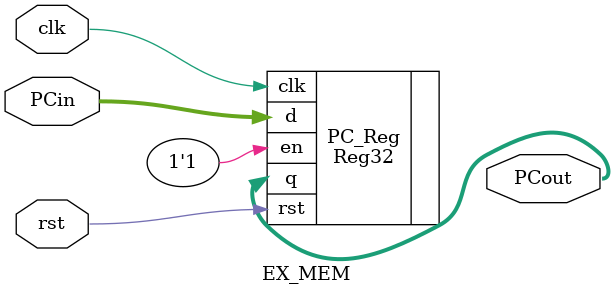
<source format=v>
module EX_MEM (clk, rst, PCin, PCout);
input clk;
input rst;
input [31:0] PCin;
output [31:0] PCout;

	Reg32 PC_Reg (
		.clk(clk),
		.rst(rst),
		.d(PCin),
		.en(1'b1),
		.q(PCout)
		);

endmodule 
</source>
